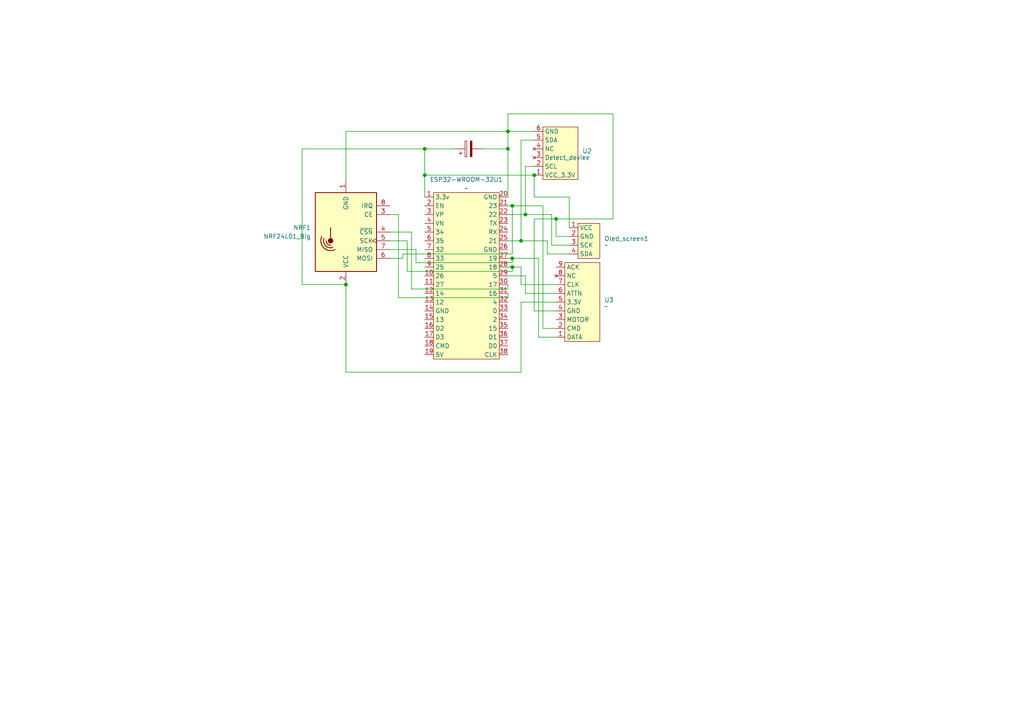
<source format=kicad_sch>
(kicad_sch (version 20231120) (generator "eeschema") (generator_version "8.0")
  (paper "A4")
  (lib_symbols
    (symbol "Device:C_Polarized" (pin_numbers hide) (pin_names (offset 0.254))
      (property "Reference" "C" (at 0.635 2.54 0))
      (property "Value" "C_Polarized" (at 0.635 -2.54 0))
      (symbol "C_Polarized_0_1"
        (rectangle (start -2.286 0.508) (end 2.286 1.016))
        (polyline (pts (xy -1.778 2.286) (xy -0.762 2.286)))
        (polyline (pts (xy -1.27 2.794) (xy -1.27 1.778)))
        (rectangle (start 2.286 -0.508) (end -2.286 -1.016) (fill (type outline)))
      )
      (symbol "C_Polarized_1_1"
        (pin passive line (at 0 3.81 270) (length 2.794) (name "~") (number "1"))
        (pin passive line (at 0 -3.81 90) (length 2.794) (name "~") (number "2"))
      )
    )
    (symbol "Symbols_cez:1.3/0.91_inch_Oled_screen"
      (property "Reference" "Oled_screen" (at 4.318 5.334 0))
      (symbol "1.3/0.91_inch_Oled_screen_0_1"
        (rectangle (start 1.27 3.81) (end 7.62 -6.35) (fill (type background)))
      )
      (symbol "1.3/0.91_inch_Oled_screen_1_1"
        (pin power_in line (at -1.27 2.54 0) (length 2.54) (name "VCC") (number "1"))
        (pin power_in line (at -1.27 0 0) (length 2.54) (name "GND") (number "2"))
        (pin passive line (at -1.27 -2.54 0) (length 2.54) (name "SCK") (number "3"))
        (pin passive line (at -1.27 -5.08 0) (length 2.54) (name "SDA") (number "4"))
      )
    )
    (symbol "Symbols_cez:ESP32-WROOM-32U"
      (property "Reference" "ESP32-WROOM-32U" (at 7.874 -57.404 0))
      (symbol "ESP32-WROOM-32U_0_1"
        (rectangle (start -2.54 -6.35) (end 16.51 -54.61) (fill (type background)))
      )
      (symbol "ESP32-WROOM-32U_1_1"
        (pin passive line (at -5.08 -7.62 0) (length 2.54) (name "3.3v") (number "1"))
        (pin passive line (at -5.08 -30.48 0) (length 2.54) (name "26") (number "10"))
        (pin passive line (at -5.08 -33.02 0) (length 2.54) (name "27") (number "11"))
        (pin passive line (at -5.08 -35.56 0) (length 2.54) (name "14") (number "12"))
        (pin passive line (at -5.08 -38.1 0) (length 2.54) (name "12") (number "13"))
        (pin passive line (at -5.08 -40.64 0) (length 2.54) (name "GND") (number "14"))
        (pin passive line (at -5.08 -43.18 0) (length 2.54) (name "13") (number "15"))
        (pin passive line (at -5.08 -45.72 0) (length 2.54) (name "D2") (number "16"))
        (pin passive line (at -5.08 -48.26 0) (length 2.54) (name "D3") (number "17"))
        (pin passive line (at -5.08 -50.8 0) (length 2.54) (name "CMD") (number "18"))
        (pin passive line (at -5.08 -53.34 0) (length 2.54) (name "5V") (number "19"))
        (pin passive line (at -5.08 -10.16 0) (length 2.54) (name "EN") (number "2"))
        (pin passive line (at 19.05 -7.62 180) (length 2.54) (name "GND") (number "20"))
        (pin passive line (at 19.05 -10.16 180) (length 2.54) (name "23") (number "21"))
        (pin passive line (at 19.05 -12.7 180) (length 2.54) (name "22") (number "22"))
        (pin passive line (at 19.05 -15.24 180) (length 2.54) (name "TX") (number "23"))
        (pin passive line (at 19.05 -17.78 180) (length 2.54) (name "RX") (number "24"))
        (pin passive line (at 19.05 -20.32 180) (length 2.54) (name "21") (number "25"))
        (pin passive line (at 19.05 -22.86 180) (length 2.54) (name "GND") (number "26"))
        (pin passive line (at 19.05 -25.4 180) (length 2.54) (name "19") (number "27"))
        (pin passive line (at 19.05 -27.94 180) (length 2.54) (name "18") (number "28"))
        (pin passive line (at 19.05 -30.48 180) (length 2.54) (name "5") (number "29"))
        (pin passive line (at -5.08 -12.7 0) (length 2.54) (name "VP") (number "3"))
        (pin passive line (at 19.05 -33.02 180) (length 2.54) (name "17") (number "30"))
        (pin passive line (at 19.05 -35.56 180) (length 2.54) (name "16") (number "31"))
        (pin passive line (at 19.05 -38.1 180) (length 2.54) (name "4") (number "32"))
        (pin passive line (at 19.05 -40.64 180) (length 2.54) (name "0") (number "33"))
        (pin passive line (at 19.05 -43.18 180) (length 2.54) (name "2") (number "34"))
        (pin passive line (at 19.05 -45.72 180) (length 2.54) (name "15") (number "35"))
        (pin passive line (at 19.05 -48.26 180) (length 2.54) (name "D1") (number "36"))
        (pin passive line (at 19.05 -50.8 180) (length 2.54) (name "D0") (number "37"))
        (pin passive line (at 19.05 -53.34 180) (length 2.54) (name "CLK") (number "38"))
        (pin passive line (at -5.08 -15.24 0) (length 2.54) (name "VN") (number "4"))
        (pin passive line (at -5.08 -17.78 0) (length 2.54) (name "34") (number "5"))
        (pin passive line (at -5.08 -20.32 0) (length 2.54) (name "35") (number "6"))
        (pin passive line (at -5.08 -22.86 0) (length 2.54) (name "32") (number "7"))
        (pin passive line (at -5.08 -25.4 0) (length 2.54) (name "33") (number "8"))
        (pin passive line (at -5.08 -27.94 0) (length 2.54) (name "25") (number "9"))
      )
    )
    (symbol "Symbols_cez:NRF24L01_Big" (pin_names (offset 1.016))
      (property "Reference" "NRF24" (at -8.89 12.7 0))
      (property "Value" "NRF24L01_Big" (at 3.81 12.7 0))
      (symbol "NRF24L01_Big_0_1"
        (rectangle (start -8.89 11.43) (end 8.89 -11.43) (stroke (width 0.254)) (fill (type background)))
        (polyline (pts (xy 4.445 1.905) (xy 4.445 -1.27)) (stroke (width 0.254)))
        (circle (center 4.445 2.54) (radius 0.635) (stroke (width 0.254)) (fill (type outline)))
        (arc (start 5.715 2.54) (mid 5.3521 3.4546) (end 4.445 3.81) (stroke (width 0.254)))
        (arc (start 6.35 1.905) (mid 5.8763 3.9854) (end 3.81 4.445) (stroke (width 0.254)))
        (arc (start 6.985 1.27) (mid 6.453 4.548) (end 3.175 5.08) (stroke (width 0.254)))
      )
      (symbol "NRF24L01_Big_1_1"
        (pin power_in line (at 0 -15.24 90) (length 3.81) (name "GND") (number "1"))
        (pin power_in line (at 0 15.24 270) (length 3.81) (name "VCC") (number "2"))
        (pin input line (at -12.7 -5.08 0) (length 3.81) (name "CE") (number "3"))
        (pin input line (at -12.7 0 0) (length 3.81) (name "~{CSN}") (number "4"))
        (pin input clock (at -12.7 2.54 0) (length 3.81) (name "SCK") (number "5"))
        (pin input line (at -12.7 7.62 0) (length 3.81) (name "MOSI") (number "6"))
        (pin output line (at -12.7 5.08 0) (length 3.81) (name "MISO") (number "7"))
        (pin output line (at -12.7 -7.62 0) (length 3.81) (name "IRQ") (number "8"))
      )
    )
    (symbol "Symbols_cez:Playstation_2_controller"
      (property "Reference" "U" (at 15.24 -16.002 0))
      (symbol "Playstation_2_controller_0_1"
        (rectangle (start 1.27 3.81) (end 11.43 -19.05) (fill (type background)))
      )
      (symbol "Playstation_2_controller_1_1"
        (pin passive line (at -1.27 -17.78 0) (length 2.54) (name "DATA") (number "1"))
        (pin passive line (at -1.27 -15.24 0) (length 2.54) (name "CMD") (number "2"))
        (pin passive line (at -1.27 -12.7 0) (length 2.54) (name "MOTOR") (number "3"))
        (pin passive line (at -1.27 -10.16 0) (length 2.54) (name "GND") (number "4"))
        (pin passive line (at -1.27 -7.62 0) (length 2.54) (name "3.3V") (number "5"))
        (pin passive line (at -1.27 -5.08 0) (length 2.54) (name "ATTN") (number "6"))
        (pin passive line (at -1.27 -2.54 0) (length 2.54) (name "CLK") (number "7"))
        (pin no_connect line (at -1.27 0 0) (length 2.54) (name "NC") (number "8"))
        (pin passive line (at -1.27 2.54 0) (length 2.54) (name "ACK") (number "9"))
      )
    )
    (symbol "Symbols_cez:Wii_nunchuk"
      (property "Reference" "U" (at -1.778 -3.048 0))
      (symbol "Wii_nunchuk_1_1"
        (rectangle (start 0 11.43) (end 10.16 -3.81) (fill (type background)))
        (pin power_in line (at 12.7 10.16 180) (length 2.54) (name "VCC_3.3V") (number "1"))
        (pin passive line (at 12.7 7.62 180) (length 2.54) (name "SCL") (number "2"))
        (pin no_connect line (at 12.7 5.08 180) (length 2.54) (name "Detect_device") (number "3"))
        (pin no_connect line (at 12.7 2.54 180) (length 2.54) (name "NC") (number "4"))
        (pin passive line (at 12.7 0 180) (length 2.54) (name "SDA") (number "5"))
        (pin passive line (at 12.7 -2.54 180) (length 2.54) (name "GND") (number "6"))
      )
    )
  )
  (junction (at 100.33 82.55))
  (junction (at 152.4 62.23))
  (junction (at 147.32 43.18))
  (junction (at 148.59 59.69))
  (junction (at 148.59 74.93))
  (junction (at 147.32 38.1))
  (junction (at 123.19 43.18))
  (junction (at 123.19 50.8))
  (junction (at 161.29 63.5))
  (junction (at 148.59 77.47))
  (junction (at 151.13 69.85))
  (junction (at 154.94 50.8))
  (wire (pts (xy 154.94 57.15) (xy 165.1 57.15)))
  (wire (pts (xy 123.19 43.18) (xy 132.08 43.18)))
  (wire (pts (xy 148.59 78.74) (xy 148.59 77.47)))
  (wire (pts (xy 87.63 43.18) (xy 123.19 43.18)))
  (wire (pts (xy 113.03 67.31) (xy 119.38 67.31)))
  (wire (pts (xy 100.33 82.55) (xy 87.63 82.55)))
  (wire (pts (xy 100.33 38.1) (xy 147.32 38.1)))
  (wire (pts (xy 148.59 74.93) (xy 147.32 74.93)))
  (wire (pts (xy 177.8 33.02) (xy 147.32 33.02)))
  (wire (pts (xy 152.4 85.09) (xy 152.4 80.01)))
  (wire (pts (xy 161.29 85.09) (xy 152.4 85.09)))
  (wire (pts (xy 113.03 72.39) (xy 120.65 72.39)))
  (wire (pts (xy 151.13 69.85) (xy 147.32 69.85)))
  (wire (pts (xy 156.21 74.93) (xy 148.59 74.93)))
  (wire (pts (xy 161.29 82.55) (xy 151.13 82.55)))
  (wire (pts (xy 165.1 57.15) (xy 165.1 66.04)))
  (wire (pts (xy 161.29 63.5) (xy 177.8 63.5)))
  (wire (pts (xy 147.32 38.1) (xy 147.32 43.18)))
  (wire (pts (xy 118.11 69.85) (xy 118.11 78.74)))
  (wire (pts (xy 165.1 68.58) (xy 161.29 68.58)))
  (wire (pts (xy 152.4 62.23) (xy 152.4 48.26)))
  (wire (pts (xy 119.38 83.82) (xy 147.32 83.82)))
  (wire (pts (xy 165.1 73.66) (xy 158.75 73.66)))
  (wire (pts (xy 116.84 73.66) (xy 148.59 73.66)))
  (wire (pts (xy 147.32 43.18) (xy 139.7 43.18)))
  (wire (pts (xy 165.1 71.12) (xy 160.02 71.12)))
  (wire (pts (xy 148.59 73.66) (xy 148.59 59.69)))
  (wire (pts (xy 151.13 87.63) (xy 151.13 107.95)))
  (wire (pts (xy 147.32 86.36) (xy 147.32 85.09)))
  (wire (pts (xy 119.38 67.31) (xy 119.38 83.82)))
  (wire (pts (xy 147.32 57.15) (xy 147.32 43.18)))
  (wire (pts (xy 118.11 78.74) (xy 148.59 78.74)))
  (wire (pts (xy 156.21 97.79) (xy 156.21 74.93)))
  (wire (pts (xy 148.59 59.69) (xy 147.32 59.69)))
  (wire (pts (xy 151.13 82.55) (xy 151.13 77.47)))
  (wire (pts (xy 116.84 74.93) (xy 116.84 73.66)))
  (wire (pts (xy 148.59 76.2) (xy 148.59 74.93)))
  (wire (pts (xy 177.8 63.5) (xy 177.8 33.02)))
  (wire (pts (xy 151.13 77.47) (xy 148.59 77.47)))
  (wire (pts (xy 161.29 95.25) (xy 157.48 95.25)))
  (wire (pts (xy 147.32 33.02) (xy 147.32 38.1)))
  (wire (pts (xy 148.59 77.47) (xy 147.32 77.47)))
  (wire (pts (xy 161.29 68.58) (xy 161.29 63.5)))
  (wire (pts (xy 154.94 50.8) (xy 154.94 57.15)))
  (wire (pts (xy 151.13 69.85) (xy 158.75 69.85)))
  (wire (pts (xy 152.4 80.01) (xy 147.32 80.01)))
  (wire (pts (xy 161.29 90.17) (xy 154.94 90.17)))
  (wire (pts (xy 123.19 50.8) (xy 123.19 43.18)))
  (wire (pts (xy 154.94 38.1) (xy 147.32 38.1)))
  (wire (pts (xy 154.94 40.64) (xy 151.13 40.64)))
  (wire (pts (xy 115.57 86.36) (xy 147.32 86.36)))
  (wire (pts (xy 151.13 40.64) (xy 151.13 69.85)))
  (wire (pts (xy 113.03 69.85) (xy 118.11 69.85)))
  (wire (pts (xy 113.03 62.23) (xy 115.57 62.23)))
  (wire (pts (xy 113.03 74.93) (xy 116.84 74.93)))
  (wire (pts (xy 120.65 76.2) (xy 148.59 76.2)))
  (wire (pts (xy 157.48 95.25) (xy 157.48 59.69)))
  (wire (pts (xy 115.57 62.23) (xy 115.57 86.36)))
  (wire (pts (xy 147.32 62.23) (xy 152.4 62.23)))
  (wire (pts (xy 161.29 87.63) (xy 151.13 87.63)))
  (wire (pts (xy 123.19 57.15) (xy 123.19 50.8)))
  (wire (pts (xy 157.48 59.69) (xy 148.59 59.69)))
  (wire (pts (xy 152.4 48.26) (xy 154.94 48.26)))
  (wire (pts (xy 123.19 50.8) (xy 154.94 50.8)))
  (wire (pts (xy 100.33 107.95) (xy 100.33 82.55)))
  (wire (pts (xy 154.94 90.17) (xy 154.94 63.5)))
  (wire (pts (xy 147.32 83.82) (xy 147.32 82.55)))
  (wire (pts (xy 87.63 82.55) (xy 87.63 43.18)))
  (wire (pts (xy 100.33 52.07) (xy 100.33 38.1)))
  (wire (pts (xy 151.13 107.95) (xy 100.33 107.95)))
  (wire (pts (xy 160.02 62.23) (xy 152.4 62.23)))
  (wire (pts (xy 154.94 63.5) (xy 161.29 63.5)))
  (wire (pts (xy 161.29 97.79) (xy 156.21 97.79)))
  (wire (pts (xy 120.65 72.39) (xy 120.65 76.2)))
  (wire (pts (xy 158.75 73.66) (xy 158.75 69.85)))
  (wire (pts (xy 160.02 71.12) (xy 160.02 62.23)))
  (symbol (lib_id "Symbols_cez:ESP32-WROOM-32U") (at 128.27 49.53 0) (unit 1)
    (property "Reference" "ESP32-WROOM-32U1" (at 135.255 52.07 0))
    (property "Value" "~" (at 135.255 54.61 0))
    (property "Footprint" "Footprints_cez:esp32-wroom-32u" (effects (hide yes)))
  )
  (symbol (lib_id "Symbols_cez:Wii_nunchuk") (at 167.64 40.64 180) (unit 1)
    (property "Reference" "U2" (at 168.91 43.8149 0) (effects (justify right)))
    (property "Value" "~" (at 168.91 45.72 0) (effects (justify right)))
    (property "Footprint" "Footprints_cez:CONN_WII" (effects (hide yes)))
  )
  (symbol (lib_id "Symbols_cez:1.3/0.91_inch_Oled_screen") (at 166.37 68.58 0) (unit 1)
    (property "Reference" "Oled_screen1" (at 175.26 69.2149 0) (effects (justify left)))
    (property "Value" "~" (at 175.26 71.12 0) (effects (justify left)))
    (property "Footprint" "Footprints_cez:1.3inch Oled screen" (effects (hide yes)))
  )
  (symbol (lib_id "Symbols_cez:NRF24L01_Big") (at 100.33 67.31 180) (unit 1)
    (property "Reference" "NRF1" (at 90.17 66.0399 0) (effects (justify left)))
    (property "Value" "NRF24L01_Big" (at 90.17 68.5799 0) (effects (justify left)))
    (property "Footprint" "Footprints_cez:nRF24L01_big" (effects (hide yes)))
  )
  (symbol (lib_id "Device:C_Polarized") (at 135.89 43.18 90) (unit 1)
    (property "Reference" "C1" (effects (hide yes)))
    (property "Value" "C_Polarized" (effects (hide yes)))
    (property "Footprint" "Capacitor_THT:CP_Radial_D8.0mm_P3.50mm" (effects (hide yes)))
    (property "Description" "Polarized capacitor" (effects (hide yes)))
  )
  (symbol (lib_id "Symbols_cez:Playstation_2_controller") (at 162.56 80.01 0) (unit 1)
    (property "Reference" "U3" (at 175.26 86.9949 0) (effects (justify left)))
    (property "Value" "~" (at 175.26 88.9 0) (effects (justify left)))
    (property "Footprint" "Footprints_cez:Playstation 2 controller 90 degree" (effects (hide yes)))
  )
)
</source>
